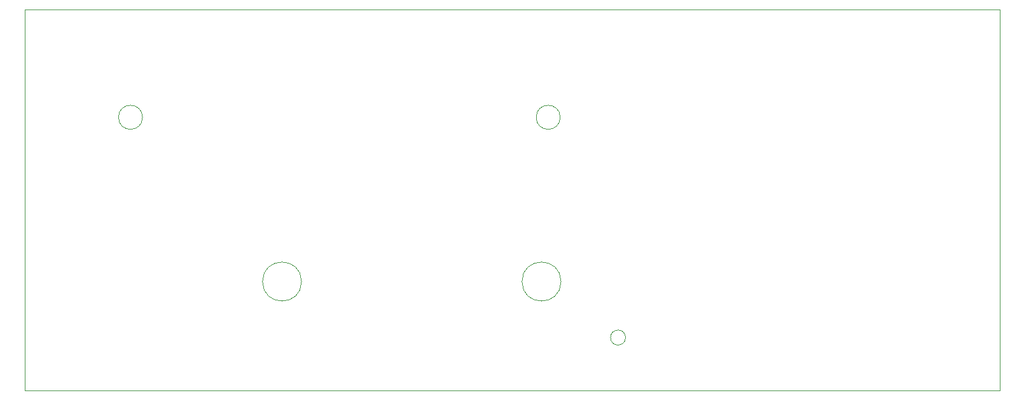
<source format=gbr>
%TF.GenerationSoftware,KiCad,Pcbnew,9.0.3*%
%TF.CreationDate,2025-08-05T15:46:53-07:00*%
%TF.ProjectId,Joule Thief,4a6f756c-6520-4546-9869-65662e6b6963,R1*%
%TF.SameCoordinates,Original*%
%TF.FileFunction,Profile,NP*%
%FSLAX46Y46*%
G04 Gerber Fmt 4.6, Leading zero omitted, Abs format (unit mm)*
G04 Created by KiCad (PCBNEW 9.0.3) date 2025-08-05 15:46:53*
%MOMM*%
%LPD*%
G01*
G04 APERTURE LIST*
%TA.AperFunction,Profile*%
%ADD10C,0.050000*%
%TD*%
%TA.AperFunction,Profile*%
%ADD11C,0.100000*%
%TD*%
G04 APERTURE END LIST*
D10*
X39069826Y-34605000D02*
X168869826Y-34605000D01*
X168869826Y-85400000D01*
X39069826Y-85400000D01*
X39069826Y-34605000D01*
D11*
%TO.C,LITH1*%
X54769826Y-49000000D02*
G75*
G02*
X51569826Y-49000000I-1600000J0D01*
G01*
X51569826Y-49000000D02*
G75*
G02*
X54769826Y-49000000I1600000J0D01*
G01*
X110369826Y-49000000D02*
G75*
G02*
X107169826Y-49000000I-1600000J0D01*
G01*
X107169826Y-49000000D02*
G75*
G02*
X110369826Y-49000000I1600000J0D01*
G01*
%TO.C,BATT_1*%
X75939826Y-70900000D02*
G75*
G02*
X70739826Y-70900000I-2600000J0D01*
G01*
X70739826Y-70900000D02*
G75*
G02*
X75939826Y-70900000I2600000J0D01*
G01*
X110479826Y-70900000D02*
G75*
G02*
X105279826Y-70900000I-2600000J0D01*
G01*
X105279826Y-70900000D02*
G75*
G02*
X110479826Y-70900000I2600000J0D01*
G01*
X119069826Y-78370000D02*
G75*
G02*
X117069826Y-78370000I-1000000J0D01*
G01*
X117069826Y-78370000D02*
G75*
G02*
X119069826Y-78370000I1000000J0D01*
G01*
%TD*%
M02*

</source>
